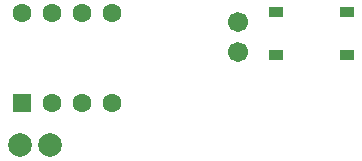
<source format=gts>
G04 Layer: TopSolderMaskLayer*
G04 EasyEDA v6.5.44, 2025-04-28 19:25:54*
G04 Gerber Generator version 0.2*
G04 Scale: 100 percent, Rotated: No, Reflected: No *
G04 Dimensions in millimeters *
G04 leading zeros omitted , absolute positions ,4 integer and 5 decimal *
%FSLAX45Y45*%
%MOMM*%

%AMMACRO1*4,1,8,-0.5211,-0.4258,-0.5508,-0.3959,-0.5508,0.3961,-0.5211,0.4258,0.5208,0.4258,0.5508,0.3961,0.5508,-0.3959,0.5208,-0.4258,-0.5211,-0.4258,0*%
%AMMACRO2*4,1,8,-0.7711,-0.8009,-0.8009,-0.7709,-0.8009,0.7711,-0.7711,0.8009,0.7709,0.8009,0.8009,0.7711,0.8009,-0.7709,0.7709,-0.8009,-0.7711,-0.8009,0*%
%ADD10C,2.0032*%
%ADD11MACRO1*%
%ADD12MACRO2*%
%ADD13C,1.6016*%
%ADD14C,1.7016*%

%LPD*%
D10*
G01*
X1104900Y5346700D03*
G01*
X1358900Y5346700D03*
D11*
G01*
X3866603Y6109525D03*
G01*
X3266605Y6109525D03*
G01*
X3866603Y6479501D03*
G01*
X3266605Y6479501D03*
D12*
G01*
X1115593Y5702300D03*
D13*
G01*
X1369595Y5702300D03*
G01*
X1623595Y5702300D03*
G01*
X1877595Y5702300D03*
G01*
X1115595Y6464300D03*
G01*
X1369595Y6464300D03*
G01*
X1623595Y6464300D03*
G01*
X1877595Y6464300D03*
D14*
G01*
X2951012Y6388100D03*
G01*
X2951012Y6133795D03*
M02*

</source>
